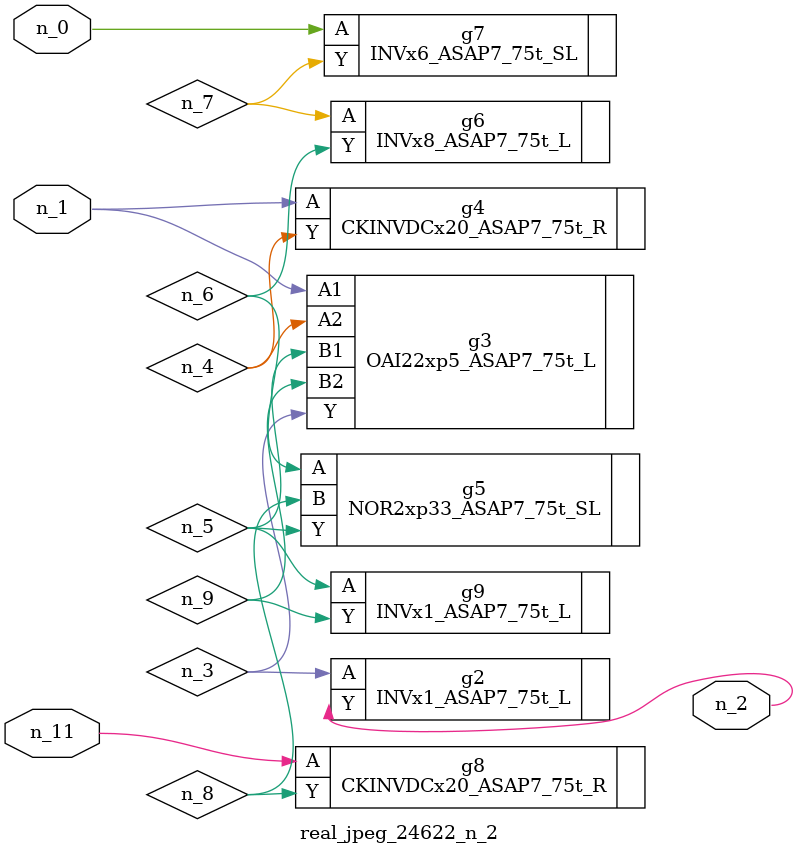
<source format=v>
module real_jpeg_24622_n_2 (n_1, n_11, n_0, n_2);

input n_1;
input n_11;
input n_0;

output n_2;

wire n_5;
wire n_4;
wire n_8;
wire n_6;
wire n_7;
wire n_3;
wire n_9;

INVx6_ASAP7_75t_SL g7 ( 
.A(n_0),
.Y(n_7)
);

OAI22xp5_ASAP7_75t_L g3 ( 
.A1(n_1),
.A2(n_4),
.B1(n_5),
.B2(n_9),
.Y(n_3)
);

CKINVDCx20_ASAP7_75t_R g4 ( 
.A(n_1),
.Y(n_4)
);

INVx1_ASAP7_75t_L g2 ( 
.A(n_3),
.Y(n_2)
);

INVx1_ASAP7_75t_L g9 ( 
.A(n_5),
.Y(n_9)
);

NOR2xp33_ASAP7_75t_SL g5 ( 
.A(n_6),
.B(n_8),
.Y(n_5)
);

INVx8_ASAP7_75t_L g6 ( 
.A(n_7),
.Y(n_6)
);

CKINVDCx20_ASAP7_75t_R g8 ( 
.A(n_11),
.Y(n_8)
);


endmodule
</source>
